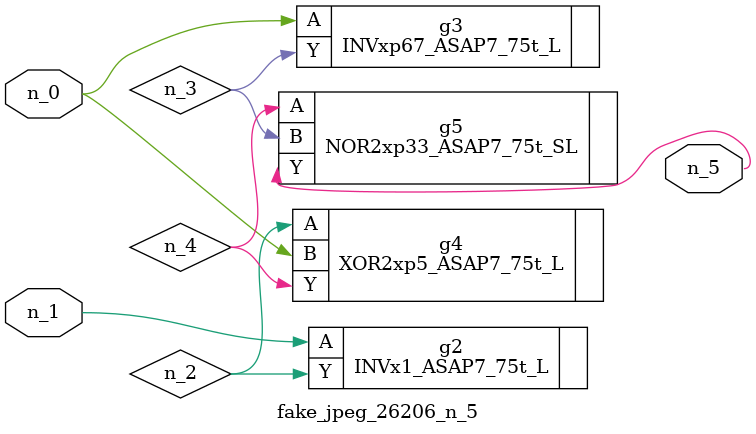
<source format=v>
module fake_jpeg_26206_n_5 (n_0, n_1, n_5);

input n_0;
input n_1;

output n_5;

wire n_3;
wire n_2;
wire n_4;

INVx1_ASAP7_75t_L g2 ( 
.A(n_1),
.Y(n_2)
);

INVxp67_ASAP7_75t_L g3 ( 
.A(n_0),
.Y(n_3)
);

XOR2xp5_ASAP7_75t_L g4 ( 
.A(n_2),
.B(n_0),
.Y(n_4)
);

NOR2xp33_ASAP7_75t_SL g5 ( 
.A(n_4),
.B(n_3),
.Y(n_5)
);


endmodule
</source>
